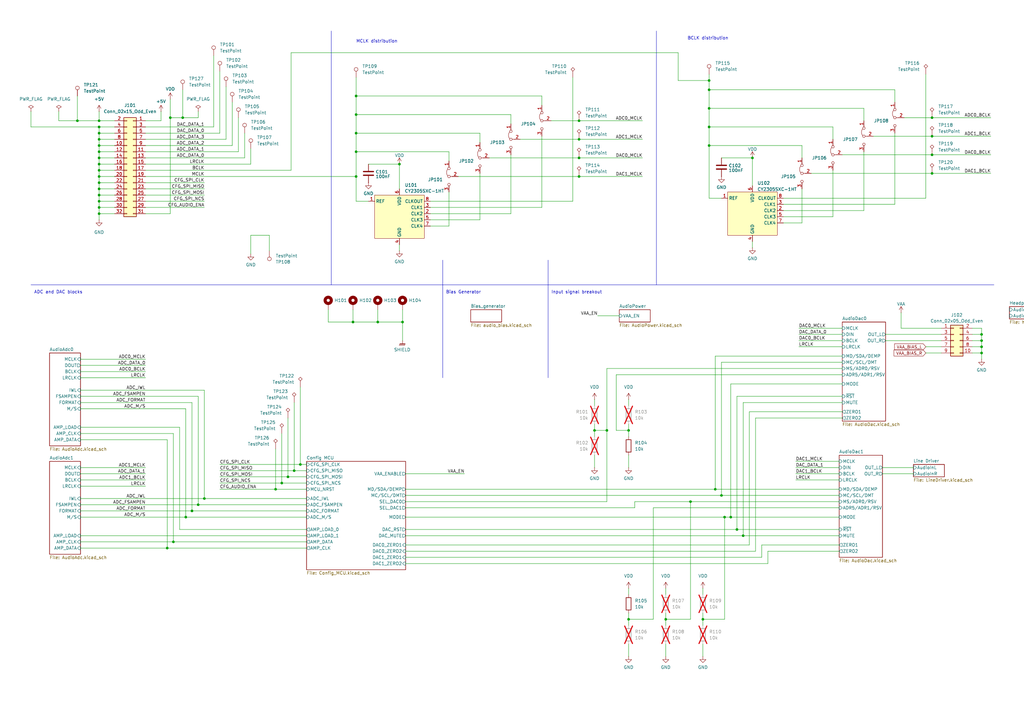
<source format=kicad_sch>
(kicad_sch (version 20250114) (generator "eeschema") (generator_version "9.0")
  (paper "A3")
  (bus_alias "ADC_CONFIG" (members "ADC_IWL" "ADC_FSAMPEN" "ADC_FORMAT" "ADC_M/S"))
  (text "Bias Generator" (at 182.88 120.65 0) (effects (font (size 1.27 1.27)) (justify left bottom)))
  (text "MCLK distribution" (at 146.05 17.78 0) (effects (font (size 1.27 1.27)) (justify left bottom)))
  (text "ADC and DAC blocks" (at 13.97 120.65 0) (effects (font (size 1.27 1.27)) (justify left bottom)))
  (text "Input signal breakout" (at 226.06 120.65 0) (effects (font (size 1.27 1.27)) (justify left bottom)))
  (text "BCLK distribution" (at 281.94 16.51 0) (effects (font (size 1.27 1.27)) (justify left bottom)))
  (junction (at 40.64 87.63))
  (junction (at 257.81 176.53))
  (junction (at 74.93 48.26))
  (junction (at 146.05 46.99))
  (junction (at 113.03 200.66))
  (junction (at 146.05 72.39))
  (junction (at 40.64 85.09))
  (junction (at 288.29 254))
  (junction (at 146.05 54.61))
  (junction (at 118.11 195.58))
  (junction (at 83.82 204.47))
  (junction (at 297.18 212.09))
  (junction (at 382.27 63.5))
  (junction (at 144.78 132.08))
  (junction (at 382.27 71.12))
  (junction (at 402.59 144.78))
  (junction (at 154.94 132.08))
  (junction (at 237.49 57.15))
  (junction (at 40.64 57.15))
  (junction (at 40.64 69.85))
  (junction (at 40.64 77.47))
  (junction (at 40.64 67.31))
  (junction (at 402.59 137.16))
  (junction (at 248.92 176.53))
  (junction (at 40.64 72.39))
  (junction (at 293.37 200.66))
  (junction (at 40.64 52.07))
  (junction (at 290.83 52.07))
  (junction (at 163.83 67.31))
  (junction (at 283.21 205.74))
  (junction (at 295.91 203.2))
  (junction (at 290.83 59.69))
  (junction (at 237.49 49.53))
  (junction (at 40.64 80.01))
  (junction (at 290.83 44.45))
  (junction (at 40.64 82.55))
  (junction (at 69.85 48.26))
  (junction (at 273.05 254))
  (junction (at 304.8 219.71))
  (junction (at 165.1 132.08))
  (junction (at 120.65 193.04))
  (junction (at 402.59 139.7))
  (junction (at 237.49 64.77))
  (junction (at 68.58 224.79))
  (junction (at 40.64 49.53))
  (junction (at 402.59 142.24))
  (junction (at 382.27 48.26))
  (junction (at 299.72 212.09))
  (junction (at 308.61 64.77))
  (junction (at 40.64 54.61))
  (junction (at 243.84 176.53))
  (junction (at 257.81 254))
  (junction (at 40.64 62.23))
  (junction (at 76.2 212.09))
  (junction (at 78.74 209.55))
  (junction (at 302.26 217.17))
  (junction (at 40.64 59.69))
  (junction (at 40.64 74.93))
  (junction (at 290.83 33.02))
  (junction (at 146.05 39.37))
  (junction (at 290.83 36.83))
  (junction (at 31.75 49.53))
  (junction (at 115.57 198.12))
  (junction (at 71.12 222.25))
  (junction (at 123.19 190.5))
  (junction (at 146.05 62.23))
  (junction (at 81.28 207.01))
  (junction (at 40.64 64.77))
  (junction (at 382.27 55.88))
  (junction (at 237.49 72.39))
  (wire (pts (xy 321.31 88.9) (xy 341.63 88.9)))
  (wire (pts (xy 332.74 71.12) (xy 382.27 71.12)))
  (wire (pts (xy 100.33 54.61) (xy 100.33 64.77)))
  (wire (pts (xy 33.02 199.39) (xy 59.69 199.39)))
  (wire (pts (xy 166.37 231.14) (xy 314.96 231.14)))
  (wire (pts (xy 402.59 139.7) (xy 402.59 142.24)))
  (wire (pts (xy 308.61 101.6) (xy 308.61 99.06)))
  (wire (pts (xy 154.94 127) (xy 154.94 132.08)))
  (wire (pts (xy 134.62 132.08) (xy 144.78 132.08)))
  (wire (pts (xy 367.03 54.61) (xy 367.03 83.82)))
  (wire (pts (xy 345.44 146.05) (xy 293.37 146.05)))
  (wire (pts (xy 40.64 82.55) (xy 40.64 85.09)))
  (wire (pts (xy 328.93 77.47) (xy 328.93 91.44)))
  (wire (pts (xy 46.99 82.55) (xy 40.64 82.55)))
  (wire (pts (xy 402.59 142.24) (xy 402.59 144.78)))
  (wire (pts (xy 370.84 48.26) (xy 382.27 48.26)))
  (wire (pts (xy 345.44 142.24) (xy 327.66 142.24)))
  (wire (pts (xy 257.81 176.53) (xy 257.81 179.07)))
  (wire (pts (xy 344.17 189.23) (xy 326.39 189.23)))
  (wire (pts (xy 344.17 203.2) (xy 295.91 203.2)))
  (wire (pts (xy 273.05 264.16) (xy 273.05 269.24)))
  (wire (pts (xy 290.83 36.83) (xy 290.83 44.45)))
  (wire (pts (xy 299.72 157.48) (xy 299.72 212.09)))
  (wire (pts (xy 304.8 165.1) (xy 304.8 219.71)))
  (wire (pts (xy 166.37 219.71) (xy 304.8 219.71)))
  (wire (pts (xy 24.13 49.53) (xy 24.13 45.72)))
  (wire (pts (xy 31.75 39.37) (xy 31.75 49.53)))
  (wire (pts (xy 165.1 132.08) (xy 165.1 139.7)))
  (wire (pts (xy 12.7 52.07) (xy 12.7 45.72)))
  (wire (pts (xy 402.59 144.78) (xy 402.59 147.32)))
  (wire (pts (xy 290.83 36.83) (xy 290.83 33.02)))
  (wire (pts (xy 146.05 46.99) (xy 209.55 46.99)))
  (wire (pts (xy 33.02 194.31) (xy 59.69 194.31)))
  (wire (pts (xy 314.96 231.14) (xy 314.96 226.06)))
  (wire (pts (xy 81.28 207.01) (xy 125.73 207.01)))
  (wire (pts (xy 154.94 132.08) (xy 165.1 132.08)))
  (wire (pts (xy 237.49 57.15) (xy 263.525 57.15)))
  (wire (pts (xy 59.69 82.55) (xy 83.82 82.55)))
  (wire (pts (xy 33.02 165.1) (xy 78.74 165.1)))
  (wire (pts (xy 120.65 165.1) (xy 120.65 193.04)))
  (wire (pts (xy 209.55 46.99) (xy 209.55 50.8)))
  (wire (pts (xy 102.87 96.52) (xy 102.87 104.14)))
  (wire (pts (xy 144.78 132.08) (xy 154.94 132.08)))
  (wire (pts (xy 184.15 66.04) (xy 184.15 62.23)))
  (wire (pts (xy 234.95 31.75) (xy 234.95 82.55)))
  (wire (pts (xy 46.99 69.85) (xy 40.64 69.85)))
  (wire (pts (xy 312.42 228.6) (xy 166.37 228.6)))
  (wire (pts (xy 146.05 39.37) (xy 222.25 39.37)))
  (wire (pts (xy 59.69 59.69) (xy 95.25 59.69)))
  (wire (pts (xy 46.99 52.07) (xy 40.64 52.07)))
  (wire (pts (xy 344.17 191.77) (xy 326.39 191.77)))
  (wire (pts (xy 354.33 62.23) (xy 354.33 86.36)))
  (wire (pts (xy 382.27 48.26) (xy 406.4 48.26)))
  (wire (pts (xy 200.66 64.77) (xy 237.49 64.77)))
  (wire (pts (xy 76.2 212.09) (xy 125.73 212.09)))
  (wire (pts (xy 46.99 54.61) (xy 40.64 54.61)))
  (wire (pts (xy 382.27 63.5) (xy 406.4 63.5)))
  (wire (pts (xy 288.29 241.3) (xy 288.29 243.84)))
  (wire (pts (xy 81.28 162.56) (xy 81.28 207.01)))
  (wire (pts (xy 237.49 64.77) (xy 263.525 64.77)))
  (wire (pts (xy 46.99 67.31) (xy 40.64 67.31)))
  (wire (pts (xy 245.11 129.54) (xy 254 129.54)))
  (wire (pts (xy 59.69 69.85) (xy 119.38 69.85)))
  (wire (pts (xy 33.02 191.77) (xy 59.69 191.77)))
  (wire (pts (xy 46.99 57.15) (xy 40.64 57.15)))
  (wire (pts (xy 309.88 226.06) (xy 309.88 171.45)))
  (wire (pts (xy 76.2 167.64) (xy 76.2 212.09)))
  (wire (pts (xy 59.69 77.47) (xy 83.82 77.47)))
  (wire (pts (xy 196.85 58.42) (xy 196.85 54.61)))
  (wire (pts (xy 248.92 151.13) (xy 248.92 176.53)))
  (wire (pts (xy 118.11 195.58) (xy 90.17 195.58)))
  (wire (pts (xy 166.37 200.66) (xy 293.37 200.66)))
  (wire (pts (xy 33.02 204.47) (xy 83.82 204.47)))
  (wire (pts (xy 341.63 69.85) (xy 341.63 88.9)))
  (wire (pts (xy 166.37 212.09) (xy 297.18 212.09)))
  (wire (pts (xy 40.64 57.15) (xy 40.64 59.69)))
  (wire (pts (xy 257.81 241.3) (xy 257.81 243.84)))
  (wire (pts (xy 69.85 48.26) (xy 69.85 87.63)))
  (wire (pts (xy 398.78 144.78) (xy 402.59 144.78)))
  (wire (pts (xy 59.69 147.32) (xy 33.02 147.32)))
  (wire (pts (xy 146.05 31.75) (xy 146.05 39.37)))
  (wire (pts (xy 260.35 208.28) (xy 166.37 208.28)))
  (wire (pts (xy 90.17 29.21) (xy 90.17 54.61)))
  (wire (pts (xy 367.03 36.83) (xy 367.03 41.91)))
  (wire (pts (xy 46.99 62.23) (xy 40.64 62.23)))
  (wire (pts (xy 398.78 134.62) (xy 402.59 134.62)))
  (wire (pts (xy 102.87 60.96) (xy 102.87 67.31)))
  (wire (pts (xy 40.64 87.63) (xy 46.99 87.63)))
  (wire (pts (xy 40.64 49.53) (xy 31.75 49.53)))
  (wire (pts (xy 243.84 186.69) (xy 243.84 191.77)))
  (wire (pts (xy 33.02 152.4) (xy 59.69 152.4)))
  (wire (pts (xy 46.99 64.77) (xy 40.64 64.77)))
  (wire (pts (xy 81.28 45.72) (xy 81.28 48.26)))
  (wire (pts (xy 113.03 184.15) (xy 113.03 200.66)))
  (wire (pts (xy 40.64 52.07) (xy 40.64 54.61)))
  (wire (pts (xy 369.57 134.62) (xy 369.57 128.27)))
  (wire (pts (xy 78.74 209.55) (xy 125.73 209.55)))
  (wire (pts (xy 344.17 208.28) (xy 267.97 208.28)))
  (wire (pts (xy 33.02 209.55) (xy 78.74 209.55)))
  (wire (pts (xy 344.17 212.09) (xy 299.72 212.09)))
  (wire (pts (xy 146.05 62.23) (xy 146.05 72.39)))
  (wire (pts (xy 95.25 59.69) (xy 95.25 41.91)))
  (wire (pts (xy 68.58 180.34) (xy 68.58 224.79)))
  (wire (pts (xy 166.37 194.31) (xy 190.5 194.31)))
  (wire (pts (xy 398.78 142.24) (xy 402.59 142.24)))
  (wire (pts (xy 297.18 254) (xy 288.29 254)))
  (wire (pts (xy 92.71 35.56) (xy 92.71 57.15)))
  (wire (pts (xy 40.64 62.23) (xy 40.64 64.77)))
  (wire (pts (xy 363.22 139.7) (xy 386.08 139.7)))
  (wire (pts (xy 146.05 72.39) (xy 146.05 82.55)))
  (wire (pts (xy 59.69 64.77) (xy 100.33 64.77)))
  (wire (pts (xy 40.64 45.72) (xy 40.64 49.53)))
  (wire (pts (xy 146.05 82.55) (xy 151.13 82.55)))
  (wire (pts (xy 297.18 212.09) (xy 299.72 212.09)))
  (wire (pts (xy 402.59 134.62) (xy 402.59 137.16)))
  (wire (pts (xy 361.95 194.31) (xy 374.65 194.31)))
  (wire (pts (xy 257.81 173.99) (xy 257.81 176.53)))
  (wire (pts (xy 243.84 173.99) (xy 243.84 176.53)))
  (wire (pts (xy 40.64 54.61) (xy 40.64 57.15)))
  (wire (pts (xy 59.69 72.39) (xy 146.05 72.39)))
  (wire (pts (xy 33.02 196.85) (xy 59.69 196.85)))
  (wire (pts (xy 283.21 205.74) (xy 260.35 205.74)))
  (wire (pts (xy 123.19 190.5) (xy 90.17 190.5)))
  (wire (pts (xy 69.85 40.64) (xy 69.85 48.26)))
  (wire (pts (xy 290.83 30.48) (xy 290.83 33.02)))
  (wire (pts (xy 382.27 55.88) (xy 406.4 55.88)))
  (wire (pts (xy 59.69 49.53) (xy 66.04 49.53)))
  (wire (pts (xy 260.35 205.74) (xy 260.35 208.28)))
  (wire (pts (xy 40.64 69.85) (xy 40.64 72.39)))
  (wire (pts (xy 290.83 81.28) (xy 295.91 81.28)))
  (wire (pts (xy 166.37 203.2) (xy 295.91 203.2)))
  (wire (pts (xy 115.57 198.12) (xy 125.73 198.12)))
  (wire (pts (xy 40.64 77.47) (xy 40.64 80.01)))
  (wire (pts (xy 237.49 49.53) (xy 263.525 49.53)))
  (wire (pts (xy 257.81 163.83) (xy 257.81 166.37)))
  (polyline (pts (xy 181.61 106.68) (xy 181.61 154.94)))
  (wire (pts (xy 213.36 57.15) (xy 237.49 57.15)))
  (wire (pts (xy 308.61 64.77) (xy 308.61 76.2)))
  (wire (pts (xy 248.92 176.53) (xy 243.84 176.53)))
  (wire (pts (xy 278.13 21.59) (xy 278.13 33.02)))
  (wire (pts (xy 59.69 80.01) (xy 83.82 80.01)))
  (wire (pts (xy 90.17 198.12) (xy 115.57 198.12)))
  (wire (pts (xy 163.83 67.31) (xy 163.83 77.47)))
  (wire (pts (xy 125.73 195.58) (xy 118.11 195.58)))
  (wire (pts (xy 33.02 207.01) (xy 81.28 207.01)))
  (wire (pts (xy 288.29 254) (xy 288.29 256.54)))
  (wire (pts (xy 33.02 160.02) (xy 83.82 160.02)))
  (wire (pts (xy 295.91 148.59) (xy 345.44 148.59)))
  (wire (pts (xy 295.91 148.59) (xy 295.91 203.2)))
  (wire (pts (xy 46.99 80.01) (xy 40.64 80.01)))
  (wire (pts (xy 59.69 67.31) (xy 102.87 67.31)))
  (wire (pts (xy 33.02 167.64) (xy 76.2 167.64)))
  (wire (pts (xy 295.91 64.77) (xy 308.61 64.77)))
  (wire (pts (xy 398.78 137.16) (xy 402.59 137.16)))
  (wire (pts (xy 146.05 54.61) (xy 196.85 54.61)))
  (wire (pts (xy 290.83 44.45) (xy 354.33 44.45)))
  (wire (pts (xy 314.96 226.06) (xy 344.17 226.06)))
  (wire (pts (xy 278.13 33.02) (xy 290.83 33.02)))
  (wire (pts (xy 402.59 137.16) (xy 402.59 139.7)))
  (polyline (pts (xy 224.79 106.68) (xy 224.79 154.94)))
  (wire (pts (xy 321.31 81.28) (xy 379.73 81.28)))
  (wire (pts (xy 69.85 87.63) (xy 59.69 87.63)))
  (wire (pts (xy 345.44 139.7) (xy 327.66 139.7)))
  (wire (pts (xy 166.37 226.06) (xy 309.88 226.06)))
  (wire (pts (xy 252.73 176.53) (xy 257.81 176.53)))
  (wire (pts (xy 328.93 64.77) (xy 328.93 59.69)))
  (wire (pts (xy 176.53 87.63) (xy 209.55 87.63)))
  (wire (pts (xy 302.26 217.17) (xy 344.17 217.17)))
  (wire (pts (xy 273.05 241.3) (xy 273.05 243.84)))
  (wire (pts (xy 345.44 168.91) (xy 307.34 168.91)))
  (wire (pts (xy 46.99 72.39) (xy 40.64 72.39)))
  (wire (pts (xy 379.73 142.24) (xy 386.08 142.24)))
  (wire (pts (xy 119.38 69.85) (xy 119.38 21.59)))
  (wire (pts (xy 40.64 52.07) (xy 12.7 52.07)))
  (wire (pts (xy 113.03 200.66) (xy 125.73 200.66)))
  (wire (pts (xy 40.64 74.93) (xy 40.64 77.47)))
  (wire (pts (xy 297.18 212.09) (xy 297.18 254)))
  (wire (pts (xy 345.44 63.5) (xy 382.27 63.5)))
  (wire (pts (xy 166.37 205.74) (xy 248.92 205.74)))
  (wire (pts (xy 33.02 180.34) (xy 68.58 180.34)))
  (wire (pts (xy 46.99 77.47) (xy 40.64 77.47)))
  (wire (pts (xy 87.63 22.86) (xy 87.63 52.07)))
  (polyline (pts (xy 181.61 116.84) (xy 407.67 116.84)))
  (wire (pts (xy 237.49 72.39) (xy 263.525 72.39)))
  (wire (pts (xy 226.06 49.53) (xy 237.49 49.53)))
  (wire (pts (xy 46.99 49.53) (xy 40.64 49.53)))
  (wire (pts (xy 46.99 59.69) (xy 40.64 59.69)))
  (wire (pts (xy 345.44 134.62) (xy 327.66 134.62)))
  (wire (pts (xy 273.05 251.46) (xy 273.05 254)))
  (wire (pts (xy 40.64 80.01) (xy 40.64 82.55)))
  (wire (pts (xy 31.75 49.53) (xy 24.13 49.53)))
  (wire (pts (xy 40.64 87.63) (xy 40.64 90.17)))
  (wire (pts (xy 267.97 208.28) (xy 267.97 254)))
  (wire (pts (xy 73.66 175.26) (xy 73.66 217.17)))
  (wire (pts (xy 144.78 127) (xy 144.78 132.08)))
  (wire (pts (xy 345.44 137.16) (xy 327.66 137.16)))
  (wire (pts (xy 273.05 254) (xy 273.05 256.54)))
  (wire (pts (xy 358.14 55.88) (xy 382.27 55.88)))
  (wire (pts (xy 33.02 175.26) (xy 73.66 175.26)))
  (wire (pts (xy 78.74 165.1) (xy 78.74 209.55)))
  (wire (pts (xy 176.53 85.09) (xy 222.25 85.09)))
  (wire (pts (xy 69.85 48.26) (xy 74.93 48.26)))
  (wire (pts (xy 118.11 171.45) (xy 118.11 195.58)))
  (wire (pts (xy 166.37 217.17) (xy 302.26 217.17)))
  (wire (pts (xy 59.69 62.23) (xy 97.79 62.23)))
  (wire (pts (xy 304.8 219.71) (xy 344.17 219.71)))
  (wire (pts (xy 344.17 196.85) (xy 326.39 196.85)))
  (wire (pts (xy 123.19 158.75) (xy 123.19 190.5)))
  (wire (pts (xy 307.34 223.52) (xy 166.37 223.52)))
  (wire (pts (xy 321.31 86.36) (xy 354.33 86.36)))
  (wire (pts (xy 102.87 96.52) (xy 110.49 96.52)))
  (wire (pts (xy 302.26 162.56) (xy 302.26 217.17)))
  (wire (pts (xy 309.88 171.45) (xy 345.44 171.45)))
  (wire (pts (xy 290.83 36.83) (xy 367.03 36.83)))
  (wire (pts (xy 165.1 127) (xy 165.1 132.08)))
  (wire (pts (xy 290.83 52.07) (xy 341.63 52.07)))
  (wire (pts (xy 290.83 59.69) (xy 328.93 59.69)))
  (wire (pts (xy 33.02 162.56) (xy 81.28 162.56)))
  (wire (pts (xy 33.02 154.94) (xy 59.69 154.94)))
  (wire (pts (xy 257.81 251.46) (xy 257.81 254)))
  (wire (pts (xy 151.13 67.31) (xy 163.83 67.31)))
  (wire (pts (xy 252.73 176.53) (xy 252.73 153.67)))
  (wire (pts (xy 40.64 72.39) (xy 40.64 74.93)))
  (wire (pts (xy 243.84 163.83) (xy 243.84 166.37)))
  (wire (pts (xy 307.34 168.91) (xy 307.34 223.52)))
  (wire (pts (xy 184.15 78.74) (xy 184.15 92.71)))
  (wire (pts (xy 363.22 137.16) (xy 386.08 137.16)))
  (wire (pts (xy 176.53 90.17) (xy 196.85 90.17)))
  (wire (pts (xy 176.53 92.71) (xy 184.15 92.71)))
  (wire (pts (xy 344.17 205.74) (xy 283.21 205.74)))
  (wire (pts (xy 252.73 153.67) (xy 345.44 153.67)))
  (wire (pts (xy 81.28 48.26) (xy 74.93 48.26)))
  (wire (pts (xy 33.02 212.09) (xy 76.2 212.09)))
  (wire (pts (xy 90.17 200.66) (xy 113.03 200.66)))
  (wire (pts (xy 46.99 85.09) (xy 40.64 85.09)))
  (wire (pts (xy 146.05 62.23) (xy 184.15 62.23)))
  (wire (pts (xy 312.42 223.52) (xy 312.42 228.6)))
  (wire (pts (xy 110.49 96.52) (xy 110.49 102.87)))
  (wire (pts (xy 386.08 134.62) (xy 369.57 134.62)))
  (polyline (pts (xy 135.89 12.7) (xy 135.89 116.84)))
  (wire (pts (xy 344.17 223.52) (xy 312.42 223.52)))
  (wire (pts (xy 68.58 224.79) (xy 125.73 224.79)))
  (wire (pts (xy 163.83 102.87) (xy 163.83 100.33)))
  (wire (pts (xy 90.17 54.61) (xy 59.69 54.61)))
  (polyline (pts (xy 12.7 116.84) (xy 181.61 116.84)))
  (wire (pts (xy 273.05 254) (xy 283.21 254)))
  (wire (pts (xy 187.96 72.39) (xy 237.49 72.39)))
  (wire (pts (xy 40.64 59.69) (xy 40.64 62.23)))
  (wire (pts (xy 345.44 165.1) (xy 304.8 165.1)))
  (wire (pts (xy 209.55 63.5) (xy 209.55 87.63)))
  (wire (pts (xy 46.99 74.93) (xy 40.64 74.93)))
  (wire (pts (xy 257.81 186.69) (xy 257.81 191.77)))
  (wire (pts (xy 83.82 204.47) (xy 125.73 204.47)))
  (wire (pts (xy 73.66 217.17) (xy 125.73 217.17)))
  (wire (pts (xy 290.83 52.07) (xy 290.83 59.69)))
  (wire (pts (xy 92.71 57.15) (xy 59.69 57.15)))
  (wire (pts (xy 146.05 54.61) (xy 146.05 62.23)))
  (wire (pts (xy 257.81 254) (xy 257.81 256.54)))
  (wire (pts (xy 248.92 151.13) (xy 345.44 151.13)))
  (wire (pts (xy 74.93 36.83) (xy 74.93 48.26)))
  (wire (pts (xy 290.83 44.45) (xy 290.83 52.07)))
  (polyline (pts (xy 269.24 12.7) (xy 269.24 116.84)))
  (wire (pts (xy 361.95 191.77) (xy 374.65 191.77)))
  (wire (pts (xy 283.21 205.74) (xy 283.21 254)))
  (wire (pts (xy 125.73 190.5) (xy 123.19 190.5)))
  (wire (pts (xy 341.63 57.15) (xy 341.63 52.07)))
  (wire (pts (xy 354.33 44.45) (xy 354.33 49.53)))
  (wire (pts (xy 71.12 177.8) (xy 71.12 222.25)))
  (wire (pts (xy 222.25 39.37) (xy 222.25 43.18)))
  (wire (pts (xy 146.05 39.37) (xy 146.05 46.99)))
  (wire (pts (xy 243.84 176.53) (xy 243.84 179.07)))
  (wire (pts (xy 40.64 64.77) (xy 40.64 67.31)))
  (wire (pts (xy 71.12 222.25) (xy 33.02 222.25)))
  (wire (pts (xy 345.44 162.56) (xy 302.26 162.56)))
  (wire (pts (xy 146.05 46.99) (xy 146.05 54.61)))
  (wire (pts (xy 71.12 222.25) (xy 125.73 222.25)))
  (wire (pts (xy 321.31 91.44) (xy 328.93 91.44)))
  (wire (pts (xy 66.04 45.72) (xy 66.04 49.53)))
  (wire (pts (xy 40.64 67.31) (xy 40.64 69.85)))
  (wire (pts (xy 68.58 224.79) (xy 33.02 224.79)))
  (wire (pts (xy 33.02 177.8) (xy 71.12 177.8)))
  (wire (pts (xy 33.02 219.71) (xy 125.73 219.71)))
  (wire (pts (xy 83.82 160.02) (xy 83.82 204.47)))
  (wire (pts (xy 248.92 176.53) (xy 248.92 205.74)))
  (wire (pts (xy 119.38 21.59) (xy 278.13 21.59)))
  (wire (pts (xy 299.72 157.48) (xy 345.44 157.48)))
  (wire (pts (xy 288.29 264.16) (xy 288.29 269.24)))
  (wire (pts (xy 125.73 193.04) (xy 120.65 193.04)))
  (wire (pts (xy 33.02 149.86) (xy 59.69 149.86)))
  (wire (pts (xy 379.73 144.78) (xy 386.08 144.78)))
  (wire (pts (xy 321.31 83.82) (xy 367.03 83.82)))
  (wire (pts (xy 40.64 85.09) (xy 40.64 87.63)))
  (wire (pts (xy 257.81 254) (xy 267.97 254)))
  (wire (pts (xy 90.17 193.04) (xy 120.65 193.04)))
  (wire (pts (xy 196.85 71.12) (xy 196.85 90.17)))
  (wire (pts (xy 290.83 59.69) (xy 290.83 81.28)))
  (wire (pts (xy 176.53 82.55) (xy 234.95 82.55)))
  (wire (pts (xy 288.29 251.46) (xy 288.29 254)))
  (wire (pts (xy 87.63 52.07) (xy 59.69 52.07)))
  (wire (pts (xy 398.78 139.7) (xy 402.59 139.7)))
  (wire (pts (xy 293.37 200.66) (xy 344.17 200.66)))
  (wire (pts (xy 115.57 177.8) (xy 115.57 198.12)))
  (wire (pts (xy 382.27 71.12) (xy 406.4 71.12)))
  (wire (pts (xy 379.73 30.48) (xy 379.73 81.28)))
  (wire (pts (xy 59.69 74.93) (xy 83.82 74.93)))
  (wire (pts (xy 222.25 55.88) (xy 222.25 85.09)))
  (wire (pts (xy 59.69 85.09) (xy 83.82 85.09)))
  (wire (pts (xy 293.37 146.05) (xy 293.37 200.66)))
  (wire (pts (xy 134.62 127) (xy 134.62 132.08)))
  (wire (pts (xy 257.81 264.16) (xy 257.81 269.24)))
  (wire (pts (xy 344.17 194.31) (xy 326.39 194.31)))
  (wire (pts (xy 97.79 48.26) (xy 97.79 62.23)))
  (label "ADC0_BCLK" (at 406.4 48.26 180))
  (label "LRCLK" (at 59.69 154.94 180))
  (label "CFG_SPI_CLK" (at 83.82 74.93 180))
  (label "ADC1_MCLK" (at 59.69 191.77 180))
  (label "CFG_SPI_NCS" (at 83.82 82.55 180))
  (label "CFG_AUDIO_ENA" (at 90.17 200.66 0))
  (label "ADC_FSAMPEN" (at 59.69 162.56 180))
  (label "DAC0_MCLK" (at 327.66 134.62 0))
  (label "MCLK" (at 83.82 72.39 180))
  (label "LRCLK" (at 83.82 67.31 180))
  (label "ADC_DATA_0" (at 59.69 149.86 180))
  (label "LRCLK" (at 326.39 196.85 0))
  (label "ADC_M{slash}S" (at 59.69 212.09 180))
  (label "ADC_M{slash}S" (at 59.69 167.64 180))
  (label "ADC_DATA_2" (at 83.82 59.69 180))
  (label "ADC_DATA_1" (at 83.82 62.23 180))
  (label "CFG_SPI_MISO" (at 83.82 77.47 180))
  (label "ADC1_BCLK" (at 59.69 196.85 180))
  (label "DAC1_BCLK" (at 406.4 71.12 180))
  (label "CFG_SPI_MOSI" (at 83.82 80.01 180))
  (label "CFG_AUDIO_ENA" (at 83.82 85.09 180))
  (label "BCLK" (at 83.82 69.85 180))
  (label "CFG_SPI_MISO" (at 90.17 193.04 0))
  (label "ADC0_MCLK" (at 263.525 49.53 180))
  (label "DAC_DATA_1" (at 326.39 191.77 0))
  (label "ADC_FSAMPEN" (at 59.69 207.01 180))
  (label "DAC0_MCLK" (at 263.525 64.77 180))
  (label "DAC_DATA_0" (at 83.82 54.61 180))
  (label "LRCLK" (at 327.66 142.24 0))
  (label "ADC1_MCLK" (at 263.525 57.15 180))
  (label "CFG_SPI_NCS" (at 90.17 198.12 0))
  (label "ADC_IWL" (at 59.69 160.02 180))
  (label "ADC_DATA_1" (at 59.69 194.31 180))
  (label "ADC0_BCLK" (at 59.69 152.4 180))
  (label "DAC1_MCLK" (at 326.39 189.23 0))
  (label "DAC_DATA_1" (at 83.82 52.07 180))
  (label "ADC_DATA_0" (at 83.82 64.77 180))
  (label "ADC_DATA_3" (at 83.82 57.15 180))
  (label "DAC1_MCLK" (at 263.525 72.39 180))
  (label "CFG_SPI_CLK" (at 90.17 190.5 0))
  (label "DAC_DATA_0" (at 327.66 137.16 0))
  (label "ADC1_BCLK" (at 406.4 55.88 180))
  (label "LRCLK" (at 59.69 199.39 180))
  (label "ADC_FORMAT" (at 59.69 209.55 180))
  (label "ADC_IWL" (at 59.69 204.47 180))
  (label "DAC0_BCLK" (at 327.66 139.7 0))
  (label "VAA_EN" (at 190.5 194.31 180))
  (label "CFG_SPI_MOSI" (at 90.17 195.58 0))
  (label "DAC1_BCLK" (at 326.39 194.31 0))
  (label "VAA_EN" (at 245.11 129.54 180))
  (label "ADC0_MCLK" (at 59.69 147.32 180))
  (label "DAC0_BCLK" (at 406.4 63.5 180))
  (label "ADC_FORMAT" (at 59.69 165.1 180))
  (global_label "VAA_BIAS_R" (shape input) (at 379.73 144.78 180) (property "Intersheetrefs" "${INTERSHEET_REFS}" (effects (hide yes))))
  (global_label "VAA_BIAS_L" (shape input) (at 379.73 142.24 180) (property "Intersheetrefs" "${INTERSHEET_REFS}" (effects (hide yes))))
  (symbol (lib_id "Connector:TestPoint") (at 87.63 22.86 0) (unit 1) (exclude_from_sim yes) (in_bom no)
    (property "Reference" "TP101" (at 90.17 18.288 0) (effects (justify left)))
    (property "Value" "TestPoint" (at 90.17 20.828 0) (effects (justify left)))
    (property "Footprint" "TestPoint:TestPoint_Keystone_5005-5009_Compact" (effects (hide yes)))
    (property "Description" "test point" (effects (hide yes)))
  )
  (symbol (lib_id "Connector:TestPoint") (at 95.25 41.91 0) (unit 1) (exclude_from_sim yes) (in_bom no)
    (property "Reference" "TP104" (at 97.79 37.338 0) (effects (justify left)))
    (property "Value" "TestPoint" (at 97.79 39.878 0) (effects (justify left)))
    (property "Footprint" "TestPoint:TestPoint_Keystone_5005-5009_Compact" (effects (hide yes)))
    (property "Description" "test point" (effects (hide yes)))
  )
  (symbol (lib_id "power:+5V") (at 66.04 45.72 0) (mirror y) (unit 1)
    (property "Reference" "#PWR0103" (effects (hide yes)))
    (property "Value" "+5V" (at 66.04 41.5869 0))
    (property "Description" "Power symbol creates a global label with name \"+5V\"" (effects (hide yes)))
  )
  (symbol (lib_name "CY2305SXC-1HT_1") (lib_id "Skrooter_symbols:CY2305SXC-1HT") (at 308.61 86.36 0) (unit 1) (exclude_from_sim yes) (in_bom no)
    (property "Reference" "U102" (at 310.6294 75.091 0) (effects (justify left)))
    (property "Value" "CY2305SXC-1HT" (at 310.6294 77.6279 0) (effects (justify left)))
    (property "Footprint" "Package_SO:SOIC-8_3.9x4.9mm_P1.27mm" (effects (hide yes)))
    (property "Datasheet" "https://datasheet.lcsc.com/lcsc/2011101039_Cypress-Semicon-CY2305SXC-1HT_C914887.pdf" (effects (hide yes)))
    (property "LCSC" "C914887" (effects (hide yes)))
  )
  (symbol (lib_id "power:PWR_FLAG") (at 81.28 45.72 0) (unit 1)
    (property "Reference" "#FLG0103" (effects (hide yes)))
    (property "Value" "PWR_FLAG" (at 81.28 40.64 0))
    (property "Description" "Special symbol for telling ERC where power comes from" (effects (hide yes)))
  )
  (symbol (lib_id "Connector:TestPoint") (at 290.83 30.48 0) (unit 1) (exclude_from_sim yes) (in_bom no)
    (property "Reference" "TP115" (at 293.37 25.908 0) (effects (justify left)))
    (property "Value" "TestPoint" (at 293.37 28.448 0) (effects (justify left)))
    (property "Footprint" "TestPoint:TestPoint_Keystone_5005-5009_Compact" (effects (hide yes)))
    (property "Description" "test point" (effects (hide yes)))
  )
  (symbol (lib_id "Device:R") (at 243.84 170.18 0) (mirror y) (unit 1) (in_bom no) (dnp yes)
    (property "Reference" "R101" (at 241.3 168.91 0) (effects (justify left)))
    (property "Value" "10k" (at 241.3 171.45 0) (effects (justify left)))
    (property "Footprint" "Resistor_SMD:R_0603_1608Metric" (effects (hide yes)))
    (property "Description" "Resistor" (effects (hide yes)))
    (property "LCSC" "C95204" (effects (hide yes)))
  )
  (symbol (lib_id "Jumper:Jumper_3_Bridged12") (at 184.15 72.39 90) (mirror x) (unit 1) (exclude_from_sim yes) (in_bom no)
    (property "Reference" "JP101" (at 181.61 73.66 90) (effects (justify left)))
    (property "Value" "Jumper_3_Bridged12" (effects (hide yes)))
    (property "Footprint" "Jumper:SolderJumper-3_P1.3mm_Bridged12_RoundedPad1.0x1.5mm_NumberLabels" (effects (hide yes)))
    (property "Description" "Jumper, 3-pole, pins 1+2 closed/bridged" (effects (hide yes)))
  )
  (symbol (lib_id "power:VDD") (at 257.81 241.3 0) (unit 1)
    (property "Reference" "#PWR0114" (effects (hide yes)))
    (property "Value" "VDD" (at 257.81 236.22 0))
    (property "Description" "Power symbol creates a global label with name \"VDD\"" (effects (hide yes)))
  )
  (symbol (lib_id "Device:R") (at 273.05 260.35 0) (unit 1) (in_bom no) (dnp yes)
    (property "Reference" "R108" (at 275.59 259.08 0) (effects (justify left)))
    (property "Value" "10k" (at 275.59 261.62 0) (effects (justify left)))
    (property "Footprint" "Resistor_SMD:R_0603_1608Metric" (effects (hide yes)))
    (property "Description" "Resistor" (effects (hide yes)))
    (property "LCSC" "C95204" (effects (hide yes)))
  )
  (symbol (lib_id "Connector:TestPoint_Alt") (at 237.49 72.39 0) (unit 1)
    (property "Reference" "TP114" (at 240.03 67.818 0) (effects (justify left)))
    (property "Value" "TestPoint" (at 240.03 70.358 0) (effects (justify left)))
    (property "Footprint" "TestPoint:TestPoint_Pad_1.0x1.0mm" (effects (hide yes)))
    (property "Description" "test point (alternative shape)" (effects (hide yes)))
  )
  (symbol (lib_id "Connector:TestPoint") (at 102.87 60.96 0) (unit 1) (exclude_from_sim yes) (in_bom no)
    (property "Reference" "TP107" (at 105.41 56.388 0) (effects (justify left)))
    (property "Value" "TestPoint" (at 105.41 58.928 0) (effects (justify left)))
    (property "Footprint" "TestPoint:TestPoint_Keystone_5005-5009_Compact" (effects (hide yes)))
    (property "Description" "test point" (effects (hide yes)))
  )
  (symbol (lib_id "Connector:TestPoint") (at 31.75 39.37 0) (unit 1) (exclude_from_sim yes) (in_bom no)
    (property "Reference" "TP121" (at 34.29 34.798 0) (effects (justify left)))
    (property "Value" "TestPoint" (at 34.29 37.338 0) (effects (justify left)))
    (property "Footprint" "TestPoint:TestPoint_Keystone_5005-5009_Compact" (effects (hide yes)))
    (property "Description" "test point" (effects (hide yes)))
  )
  (symbol (lib_id "Connector:TestPoint") (at 97.79 48.26 0) (unit 1) (exclude_from_sim yes) (in_bom no)
    (property "Reference" "TP105" (at 100.33 43.688 0) (effects (justify left)))
    (property "Value" "TestPoint" (at 100.33 46.228 0) (effects (justify left)))
    (property "Footprint" "TestPoint:TestPoint_Keystone_5005-5009_Compact" (effects (hide yes)))
    (property "Description" "test point" (effects (hide yes)))
  )
  (symbol (lib_id "Device:R") (at 257.81 170.18 0) (unit 1) (in_bom no) (dnp yes)
    (property "Reference" "R103" (at 260.35 168.91 0) (effects (justify left)))
    (property "Value" "10k" (at 260.35 171.45 0) (effects (justify left)))
    (property "Footprint" "Resistor_SMD:R_0603_1608Metric" (effects (hide yes)))
    (property "Description" "Resistor" (effects (hide yes)))
    (property "LCSC" "C95204" (effects (hide yes)))
  )
  (symbol (lib_id "Mechanical:MountingHole_Pad") (at 144.78 124.46 0) (unit 1) (in_bom no)
    (property "Reference" "H102" (at 147.32 123.19 0) (effects (justify left)))
    (property "Value" "MountingHole_Pad" (effects (hide yes)))
    (property "Footprint" "MountingHole:MountingHole_3.2mm_M3_Pad_Via" (effects (hide yes)))
    (property "Description" "Mounting Hole with connection" (effects (hide yes)))
  )
  (symbol (lib_id "power:VDD") (at 273.05 241.3 0) (unit 1)
    (property "Reference" "#PWR0116" (effects (hide yes)))
    (property "Value" "VDD" (at 273.05 236.22 0))
    (property "Description" "Power symbol creates a global label with name \"VDD\"" (effects (hide yes)))
  )
  (symbol (lib_id "Connector:TestPoint_Alt") (at 123.19 158.75 0) (mirror y) (unit 1)
    (property "Reference" "TP122" (at 120.65 154.178 0) (effects (justify left)))
    (property "Value" "TestPoint" (at 120.65 156.718 0) (effects (justify left)))
    (property "Footprint" "TestPoint:TestPoint_Pad_1.0x1.0mm" (effects (hide yes)))
    (property "Description" "test point (alternative shape)" (effects (hide yes)))
  )
  (symbol (lib_id "Connector:TestPoint_Alt") (at 237.49 49.53 0) (unit 1)
    (property "Reference" "TP111" (at 240.03 44.958 0) (effects (justify left)))
    (property "Value" "TestPoint" (at 240.03 47.498 0) (effects (justify left)))
    (property "Footprint" "TestPoint:TestPoint_Pad_1.0x1.0mm" (effects (hide yes)))
    (property "Description" "test point (alternative shape)" (effects (hide yes)))
  )
  (symbol (lib_id "Connector:TestPoint_Alt") (at 379.73 30.48 0) (mirror y) (unit 1)
    (property "Reference" "TP116" (at 377.19 25.908 0) (effects (justify left)))
    (property "Value" "TestPoint" (at 377.19 28.448 0) (effects (justify left)))
    (property "Footprint" "TestPoint:TestPoint_Pad_1.0x1.0mm" (effects (hide yes)))
    (property "Description" "test point (alternative shape)" (effects (hide yes)))
  )
  (symbol (lib_id "power:GND") (at 40.64 90.17 0) (mirror y) (unit 1)
    (property "Reference" "#PWR0102" (effects (hide yes)))
    (property "Value" "GND" (at 40.64 95.25 0))
    (property "Description" "Power symbol creates a global label with name \"GND\" , ground" (effects (hide yes)))
  )
  (symbol (lib_id "power:GND") (at 257.81 191.77 0) (unit 1)
    (property "Reference" "#PWR0113" (effects (hide yes)))
    (property "Value" "GND" (at 257.81 196.2134 0))
    (property "Description" "Power symbol creates a global label with name \"GND\" , ground" (effects (hide yes)))
  )
  (symbol (lib_id "power:VDD") (at 163.83 67.31 0) (unit 1)
    (property "Reference" "#PWR0107" (effects (hide yes)))
    (property "Value" "VDD" (at 163.83 63.7342 0))
    (property "Description" "Power symbol creates a global label with name \"VDD\"" (effects (hide yes)))
  )
  (symbol (lib_id "Device:R") (at 257.81 247.65 0) (unit 1) (in_bom no)
    (property "Reference" "R105" (at 260.35 246.38 0) (effects (justify left)))
    (property "Value" "10k" (at 260.35 248.92 0) (effects (justify left)))
    (property "Footprint" "Resistor_SMD:R_0603_1608Metric" (effects (hide yes)))
    (property "Description" "Resistor" (effects (hide yes)))
    (property "LCSC" "C95204" (effects (hide yes)))
  )
  (symbol (lib_id "Jumper:Jumper_3_Bridged12") (at 328.93 71.12 90) (mirror x) (unit 1) (exclude_from_sim yes) (in_bom no)
    (property "Reference" "JP105" (at 326.39 72.39 90) (effects (justify left)))
    (property "Value" "Jumper_3_Bridged12" (effects (hide yes)))
    (property "Footprint" "Jumper:SolderJumper-3_P1.3mm_Bridged12_RoundedPad1.0x1.5mm_NumberLabels" (effects (hide yes)))
    (property "Description" "Jumper, 3-pole, pins 1+2 closed/bridged" (effects (hide yes)))
  )
  (symbol (lib_id "power:GND") (at 288.29 269.24 0) (unit 1)
    (property "Reference" "#PWR0119" (effects (hide yes)))
    (property "Value" "GND" (at 288.29 273.6834 0))
    (property "Description" "Power symbol creates a global label with name \"GND\" , ground" (effects (hide yes)))
  )
  (symbol (lib_id "Connector:TestPoint_Alt") (at 382.27 55.88 0) (unit 1)
    (property "Reference" "TP118" (at 384.81 51.308 0) (effects (justify left)))
    (property "Value" "TestPoint" (at 384.81 53.848 0) (effects (justify left)))
    (property "Footprint" "TestPoint:TestPoint_Pad_1.0x1.0mm" (effects (hide yes)))
    (property "Description" "test point (alternative shape)" (effects (hide yes)))
  )
  (symbol (lib_id "Connector:TestPoint_Alt") (at 382.27 48.26 0) (unit 1)
    (property "Reference" "TP117" (at 384.81 43.688 0) (effects (justify left)))
    (property "Value" "TestPoint" (at 384.81 46.228 0) (effects (justify left)))
    (property "Footprint" "TestPoint:TestPoint_Pad_1.0x1.0mm" (effects (hide yes)))
    (property "Description" "test point (alternative shape)" (effects (hide yes)))
  )
  (symbol (lib_id "Device:R") (at 273.05 247.65 0) (unit 1) (in_bom no) (dnp yes)
    (property "Reference" "R107" (at 275.59 246.38 0) (effects (justify left)))
    (property "Value" "10k" (at 275.59 248.92 0) (effects (justify left)))
    (property "Footprint" "Resistor_SMD:R_0603_1608Metric" (effects (hide yes)))
    (property "Description" "Resistor" (effects (hide yes)))
    (property "LCSC" "C95204" (effects (hide yes)))
  )
  (symbol (lib_id "power:VDD") (at 243.84 163.83 0) (mirror y) (unit 1)
    (property "Reference" "#PWR0110" (effects (hide yes)))
    (property "Value" "VDD" (at 243.84 158.75 0))
    (property "Description" "Power symbol creates a global label with name \"VDD\"" (effects (hide yes)))
  )
  (symbol (lib_id "Connector:TestPoint") (at 92.71 35.56 0) (unit 1) (exclude_from_sim yes) (in_bom no)
    (property "Reference" "TP103" (at 95.25 30.988 0) (effects (justify left)))
    (property "Value" "TestPoint" (at 95.25 33.528 0) (effects (justify left)))
    (property "Footprint" "TestPoint:TestPoint_Keystone_5005-5009_Compact" (effects (hide yes)))
    (property "Description" "test point" (effects (hide yes)))
  )
  (symbol (lib_id "power:VDD") (at 308.61 64.77 0) (unit 1)
    (property "Reference" "#PWR0121" (effects (hide yes)))
    (property "Value" "VDD" (at 308.61 61.1942 0))
    (property "Description" "Power symbol creates a global label with name \"VDD\"" (effects (hide yes)))
  )
  (symbol (lib_id "Connector:TestPoint_Alt") (at 120.65 165.1 0) (mirror y) (unit 1)
    (property "Reference" "TP123" (at 118.11 160.528 0) (effects (justify left)))
    (property "Value" "TestPoint" (at 118.11 163.068 0) (effects (justify left)))
    (property "Footprint" "TestPoint:TestPoint_Pad_1.0x1.0mm" (effects (hide yes)))
    (property "Description" "test point (alternative shape)" (effects (hide yes)))
  )
  (symbol (lib_id "Connector:TestPoint_Alt") (at 234.95 31.75 0) (mirror y) (unit 1)
    (property "Reference" "TP110" (at 232.41 27.178 0) (effects (justify left)))
    (property "Value" "TestPoint" (at 232.41 29.718 0) (effects (justify left)))
    (property "Footprint" "TestPoint:TestPoint_Pad_1.0x1.0mm" (effects (hide yes)))
    (property "Description" "test point (alternative shape)" (effects (hide yes)))
  )
  (symbol (lib_id "power:GND") (at 243.84 191.77 0) (mirror y) (unit 1)
    (property "Reference" "#PWR0111" (effects (hide yes)))
    (property "Value" "GND" (at 243.84 196.2134 0))
    (property "Description" "Power symbol creates a global label with name \"GND\" , ground" (effects (hide yes)))
  )
  (symbol (lib_id "Device:R") (at 257.81 182.88 0) (unit 1) (in_bom no)
    (property "Reference" "R104" (at 260.35 181.61 0) (effects (justify left)))
    (property "Value" "10k" (at 260.35 184.15 0) (effects (justify left)))
    (property "Footprint" "Resistor_SMD:R_0603_1608Metric" (effects (hide yes)))
    (property "Description" "Resistor" (effects (hide yes)))
    (property "LCSC" "C95204" (effects (hide yes)))
  )
  (symbol (lib_id "power:PWR_FLAG") (at 24.13 45.72 0) (unit 1)
    (property "Reference" "#FLG0102" (effects (hide yes)))
    (property "Value" "PWR_FLAG" (at 24.13 40.64 0))
    (property "Description" "Special symbol for telling ERC where power comes from" (effects (hide yes)))
  )
  (symbol (lib_id "Mechanical:MountingHole_Pad") (at 165.1 124.46 0) (unit 1) (in_bom no)
    (property "Reference" "H104" (at 167.64 123.19 0) (effects (justify left)))
    (property "Value" "MountingHole_Pad" (effects (hide yes)))
    (property "Footprint" "MountingHole:MountingHole_3.2mm_M3_Pad_Via" (effects (hide yes)))
    (property "Description" "Mounting Hole with connection" (effects (hide yes)))
  )
  (symbol (lib_id "Jumper:Jumper_3_Bridged12") (at 367.03 48.26 90) (mirror x) (unit 1) (exclude_from_sim yes) (in_bom no)
    (property "Reference" "JP108" (at 364.49 49.53 90) (effects (justify left)))
    (property "Value" "Jumper_3_Bridged12" (effects (hide yes)))
    (property "Footprint" "Jumper:SolderJumper-3_P1.3mm_Bridged12_RoundedPad1.0x1.5mm_NumberLabels" (effects (hide yes)))
    (property "Description" "Jumper, 3-pole, pins 1+2 closed/bridged" (effects (hide yes)))
  )
  (symbol (lib_id "Device:C") (at 151.13 71.12 0) (unit 1) (in_bom no)
    (property "Reference" "C101" (at 154.051 70.4763 0) (effects (justify left)))
    (property "Value" "100nF" (at 154.051 72.3973 0) (effects (justify left)))
    (property "Footprint" "Capacitor_SMD:C_0603_1608Metric" (effects (hide yes)))
    (property "Description" "Unpolarized capacitor" (effects (hide yes)))
    (property "LCSC" "C14663" (effects (hide yes)))
  )
  (symbol (lib_id "Connector:TestPoint_Alt") (at 382.27 71.12 0) (unit 1)
    (property "Reference" "TP120" (at 384.81 66.548 0) (effects (justify left)))
    (property "Value" "TestPoint" (at 384.81 69.088 0) (effects (justify left)))
    (property "Footprint" "TestPoint:TestPoint_Pad_1.0x1.0mm" (effects (hide yes)))
    (property "Description" "test point (alternative shape)" (effects (hide yes)))
  )
  (symbol (lib_id "Jumper:Jumper_3_Bridged12") (at 209.55 57.15 90) (mirror x) (unit 1) (exclude_from_sim yes) (in_bom no)
    (property "Reference" "JP103" (at 207.01 58.42 90) (effects (justify left)))
    (property "Value" "Jumper_3_Bridged12" (effects (hide yes)))
    (property "Footprint" "Jumper:SolderJumper-3_P1.3mm_Bridged12_RoundedPad1.0x1.5mm_NumberLabels" (effects (hide yes)))
    (property "Description" "Jumper, 3-pole, pins 1+2 closed/bridged" (effects (hide yes)))
  )
  (symbol (lib_id "Device:R") (at 288.29 260.35 0) (unit 1) (in_bom no) (dnp yes)
    (property "Reference" "R110" (at 290.83 259.08 0) (effects (justify left)))
    (property "Value" "10k" (at 290.83 261.62 0) (effects (justify left)))
    (property "Footprint" "Resistor_SMD:R_0603_1608Metric" (effects (hide yes)))
    (property "Description" "Resistor" (effects (hide yes)))
    (property "LCSC" "C95204" (effects (hide yes)))
  )
  (symbol (lib_id "power:GND") (at 151.13 74.93 0) (unit 1)
    (property "Reference" "#PWR0106" (effects (hide yes)))
    (property "Value" "GND" (at 151.13 79.3734 0))
    (property "Description" "Power symbol creates a global label with name \"GND\" , ground" (effects (hide yes)))
  )
  (symbol (lib_id "Connector:TestPoint_Alt") (at 113.03 184.15 0) (mirror y) (unit 1)
    (property "Reference" "TP126" (at 110.49 179.578 0) (effects (justify left)))
    (property "Value" "TestPoint" (at 110.49 182.118 0) (effects (justify left)))
    (property "Footprint" "TestPoint:TestPoint_Pad_1.0x1.0mm" (effects (hide yes)))
    (property "Description" "test point (alternative shape)" (effects (hide yes)))
  )
  (symbol (lib_id "Jumper:Jumper_3_Bridged12") (at 341.63 63.5 90) (mirror x) (unit 1) (exclude_from_sim yes) (in_bom no)
    (property "Reference" "JP106" (at 339.09 64.77 90) (effects (justify left)))
    (property "Value" "Jumper_3_Bridged12" (effects (hide yes)))
    (property "Footprint" "Jumper:SolderJumper-3_P1.3mm_Bridged12_RoundedPad1.0x1.5mm_NumberLabels" (effects (hide yes)))
    (property "Description" "Jumper, 3-pole, pins 1+2 closed/bridged" (effects (hide yes)))
  )
  (symbol (lib_id "power:+5V") (at 40.64 45.72 0) (mirror y) (unit 1)
    (property "Reference" "#PWR0101" (effects (hide yes)))
    (property "Value" "+5V" (at 40.64 40.64 0))
    (property "Description" "Power symbol creates a global label with name \"+5V\"" (effects (hide yes)))
  )
  (symbol (lib_id "power:VDD") (at 69.85 40.64 0) (mirror y) (unit 1)
    (property "Reference" "#PWR0104" (effects (hide yes)))
    (property "Value" "VDD" (at 69.85 36.5069 0))
    (property "Description" "Power symbol creates a global label with name \"VDD\"" (effects (hide yes)))
  )
  (symbol (lib_id "Connector:TestPoint") (at 100.33 54.61 0) (unit 1) (exclude_from_sim yes) (in_bom no)
    (property "Reference" "TP106" (at 102.87 50.038 0) (effects (justify left)))
    (property "Value" "TestPoint" (at 102.87 52.578 0) (effects (justify left)))
    (property "Footprint" "TestPoint:TestPoint_Keystone_5005-5009_Compact" (effects (hide yes)))
    (property "Description" "test point" (effects (hide yes)))
  )
  (symbol (lib_id "Skrooter_symbols:SHIELD") (at 165.1 139.7 0) (unit 1)
    (property "Reference" "#PWR0109" (effects (hide yes)))
    (property "Value" "SHIELD" (at 164.973 143.4267 0))
    (property "Description" "Power symbol creates a global label with name \"GNDPWR\" , power ground" (effects (hide yes)))
  )
  (symbol (lib_id "Mechanical:MountingHole_Pad") (at 154.94 124.46 0) (unit 1) (in_bom no)
    (property "Reference" "H103" (at 157.48 123.19 0) (effects (justify left)))
    (property "Value" "MountingHole_Pad" (effects (hide yes)))
    (property "Footprint" "MountingHole:MountingHole_3.2mm_M3_Pad_Via" (effects (hide yes)))
    (property "Description" "Mounting Hole with connection" (effects (hide yes)))
  )
  (symbol (lib_id "Jumper:Jumper_3_Bridged12") (at 196.85 64.77 90) (mirror x) (unit 1) (exclude_from_sim yes) (in_bom no)
    (property "Reference" "JP102" (at 194.31 66.04 90) (effects (justify left)))
    (property "Value" "Jumper_3_Bridged12" (effects (hide yes)))
    (property "Footprint" "Jumper:SolderJumper-3_P1.3mm_Bridged12_RoundedPad1.0x1.5mm_NumberLabels" (effects (hide yes)))
    (property "Description" "Jumper, 3-pole, pins 1+2 closed/bridged" (effects (hide yes)))
  )
  (symbol (lib_id "Connector:TestPoint_Alt") (at 237.49 64.77 0) (unit 1)
    (property "Reference" "TP113" (at 240.03 60.198 0) (effects (justify left)))
    (property "Value" "TestPoint" (at 240.03 62.738 0) (effects (justify left)))
    (property "Footprint" "TestPoint:TestPoint_Pad_1.0x1.0mm" (effects (hide yes)))
    (property "Description" "test point (alternative shape)" (effects (hide yes)))
  )
  (symbol (lib_id "Connector:TestPoint") (at 146.05 31.75 0) (unit 1) (exclude_from_sim yes) (in_bom no)
    (property "Reference" "TP109" (at 148.59 27.178 0) (effects (justify left)))
    (property "Value" "TestPoint" (at 148.59 29.718 0) (effects (justify left)))
    (property "Footprint" "TestPoint:TestPoint_Keystone_5005-5009_Compact" (effects (hide yes)))
    (property "Description" "test point" (effects (hide yes)))
  )
  (symbol (lib_id "Device:R") (at 257.81 260.35 0) (unit 1) (in_bom no) (dnp yes)
    (property "Reference" "R106" (at 260.35 259.08 0) (effects (justify left)))
    (property "Value" "10k" (at 260.35 261.62 0) (effects (justify left)))
    (property "Footprint" "Resistor_SMD:R_0603_1608Metric" (effects (hide yes)))
    (property "Description" "Resistor" (effects (hide yes)))
    (property "LCSC" "C95204" (effects (hide yes)))
  )
  (symbol (lib_id "power:PWR_FLAG") (at 12.7 45.72 0) (unit 1)
    (property "Reference" "#FLG0101" (effects (hide yes)))
    (property "Value" "PWR_FLAG" (at 12.7 40.64 0))
    (property "Description" "Special symbol for telling ERC where power comes from" (effects (hide yes)))
  )
  (symbol (lib_id "Device:R") (at 288.29 247.65 0) (unit 1) (in_bom no) (dnp yes)
    (property "Reference" "R109" (at 290.83 246.38 0) (effects (justify left)))
    (property "Value" "10k" (at 290.83 248.92 0) (effects (justify left)))
    (property "Footprint" "Resistor_SMD:R_0603_1608Metric" (effects (hide yes)))
    (property "Description" "Resistor" (effects (hide yes)))
    (property "LCSC" "C95204" (effects (hide yes)))
  )
  (symbol (lib_id "Device:C") (at 295.91 68.58 0) (unit 1) (in_bom no)
    (property "Reference" "C102" (at 298.831 67.9363 0) (effects (justify left)))
    (property "Value" "100nF" (at 298.831 69.8573 0) (effects (justify left)))
    (property "Footprint" "Capacitor_SMD:C_0603_1608Metric" (effects (hide yes)))
    (property "Description" "Unpolarized capacitor" (effects (hide yes)))
    (property "LCSC" "C14663" (effects (hide yes)))
  )
  (symbol (lib_id "power:VAA") (at 369.57 128.27 0) (unit 1)
    (property "Reference" "#PWR01" (effects (hide yes)))
    (property "Value" "VAA" (at 369.57 124.6942 0))
    (property "Description" "Power symbol creates a global label with name \"VAA\"" (effects (hide yes)))
  )
  (symbol (lib_id "power:GND") (at 163.83 102.87 0) (unit 1)
    (property "Reference" "#PWR0108" (effects (hide yes)))
    (property "Value" "GND" (at 163.83 107.3134 0))
    (property "Description" "Power symbol creates a global label with name \"GND\" , ground" (effects (hide yes)))
  )
  (symbol (lib_id "power:VDD") (at 257.81 163.83 0) (unit 1)
    (property "Reference" "#PWR0112" (effects (hide yes)))
    (property "Value" "VDD" (at 257.81 158.75 0))
    (property "Description" "Power symbol creates a global label with name \"VDD\"" (effects (hide yes)))
  )
  (symbol (lib_id "Connector_Generic:Conn_02x16_Odd_Even") (at 54.61 67.31 0) (mirror y) (unit 1) (exclude_from_sim yes) (in_bom no)
    (property "Reference" "J101" (at 53.34 43.18 0))
    (property "Value" "Conn_02x15_Odd_Even" (at 53.34 45.72 0))
    (property "Footprint" "Connector_PinHeader_2.54mm:PinHeader_2x16_P2.54mm_Horizontal" (effects (hide yes)))
    (property "Description" "Generic connector, double row, 02x16, odd/even pin numbering scheme (row 1 odd numbers, row 2 even numbers), script generated (kicad-library-utils/schlib/autogen/connector/)" (effects (hide yes)))
  )
  (symbol (lib_id "Mechanical:MountingHole_Pad") (at 134.62 124.46 0) (unit 1) (in_bom no)
    (property "Reference" "H101" (at 137.16 123.19 0) (effects (justify left)))
    (property "Value" "MountingHole_Pad" (effects (hide yes)))
    (property "Footprint" "MountingHole:MountingHole_3.2mm_M3_Pad_Via" (effects (hide yes)))
    (property "Description" "Mounting Hole with connection" (effects (hide yes)))
  )
  (symbol (lib_id "Connector:TestPoint") (at 74.93 36.83 0) (unit 1) (exclude_from_sim yes) (in_bom no)
    (property "Reference" "TP127" (at 77.47 32.258 0) (effects (justify left)))
    (property "Value" "TestPoint" (at 77.47 34.798 0) (effects (justify left)))
    (property "Footprint" "TestPoint:TestPoint_Keystone_5005-5009_Compact" (effects (hide yes)))
    (property "Description" "test point" (effects (hide yes)))
  )
  (symbol (lib_id "power:GND") (at 308.61 101.6 0) (unit 1)
    (property "Reference" "#PWR0122" (effects (hide yes)))
    (property "Value" "GND" (at 308.61 106.0434 0))
    (property "Description" "Power symbol creates a global label with name \"GND\" , ground" (effects (hide yes)))
  )
  (symbol (lib_id "Device:R") (at 243.84 182.88 0) (mirror y) (unit 1) (in_bom no) (dnp yes)
    (property "Reference" "R102" (at 241.3 181.61 0) (effects (justify left)))
    (property "Value" "10k" (at 241.3 184.15 0) (effects (justify left)))
    (property "Footprint" "Resistor_SMD:R_0603_1608Metric" (effects (hide yes)))
    (property "Description" "Resistor" (effects (hide yes)))
    (property "LCSC" "C95204" (effects (hide yes)))
  )
  (symbol (lib_id "Connector:TestPoint_Alt") (at 115.57 177.8 0) (mirror y) (unit 1)
    (property "Reference" "TP125" (at 113.03 173.228 0) (effects (justify left)))
    (property "Value" "TestPoint" (at 113.03 175.768 0) (effects (justify left)))
    (property "Footprint" "TestPoint:TestPoint_Pad_1.0x1.0mm" (effects (hide yes)))
    (property "Description" "test point (alternative shape)" (effects (hide yes)))
  )
  (symbol (lib_id "power:GND") (at 257.81 269.24 0) (unit 1)
    (property "Reference" "#PWR0115" (effects (hide yes)))
    (property "Value" "GND" (at 257.81 273.6834 0))
    (property "Description" "Power symbol creates a global label with name \"GND\" , ground" (effects (hide yes)))
  )
  (symbol (lib_id "Connector_Generic:Conn_02x05_Odd_Even") (at 391.16 139.7 0) (unit 1)
    (property "Reference" "J102" (at 392.43 129.2055 0))
    (property "Value" "Conn_02x05_Odd_Even" (at 392.43 131.6298 0))
    (property "Footprint" "Connector_PinHeader_2.54mm:PinHeader_2x05_P2.54mm_Horizontal" (effects (hide yes)))
    (property "Description" "Generic connector, double row, 02x05, odd/even pin numbering scheme (row 1 odd numbers, row 2 even numbers), script generated (kicad-library-utils/schlib/autogen/connector/)" (effects (hide yes)))
  )
  (symbol (lib_id "Connector:TestPoint_Alt") (at 382.27 63.5 0) (unit 1)
    (property "Reference" "TP119" (at 384.81 58.928 0) (effects (justify left)))
    (property "Value" "TestPoint" (at 384.81 61.468 0) (effects (justify left)))
    (property "Footprint" "TestPoint:TestPoint_Pad_1.0x1.0mm" (effects (hide yes)))
    (property "Description" "test point (alternative shape)" (effects (hide yes)))
  )
  (symbol (lib_id "power:GND") (at 102.87 104.14 0) (unit 1)
    (property "Reference" "#PWR0105" (effects (hide yes)))
    (property "Value" "GND" (at 102.87 108.5834 0))
    (property "Description" "Power symbol creates a global label with name \"GND\" , ground" (effects (hide yes)))
  )
  (symbol (lib_id "power:VDD") (at 288.29 241.3 0) (unit 1)
    (property "Reference" "#PWR0118" (effects (hide yes)))
    (property "Value" "VDD" (at 288.29 236.22 0))
    (property "Description" "Power symbol creates a global label with name \"VDD\"" (effects (hide yes)))
  )
  (symbol (lib_id "power:GND") (at 273.05 269.24 0) (unit 1)
    (property "Reference" "#PWR0117" (effects (hide yes)))
    (property "Value" "GND" (at 273.05 273.6834 0))
    (property "Description" "Power symbol creates a global label with name \"GND\" , ground" (effects (hide yes)))
  )
  (symbol (lib_id "Connector:TestPoint") (at 90.17 29.21 0) (unit 1) (exclude_from_sim yes) (in_bom no)
    (property "Reference" "TP102" (at 92.71 24.638 0) (effects (justify left)))
    (property "Value" "TestPoint" (at 92.71 27.178 0) (effects (justify left)))
    (property "Footprint" "TestPoint:TestPoint_Keystone_5005-5009_Compact" (effects (hide yes)))
    (property "Description" "test point" (effects (hide yes)))
  )
  (symbol (lib_id "Connector:TestPoint_Alt") (at 118.11 171.45 0) (mirror y) (unit 1)
    (property "Reference" "TP124" (at 115.57 166.878 0) (effects (justify left)))
    (property "Value" "TestPoint" (at 115.57 169.418 0) (effects (justify left)))
    (property "Footprint" "TestPoint:TestPoint_Pad_1.0x1.0mm" (effects (hide yes)))
    (property "Description" "test point (alternative shape)" (effects (hide yes)))
  )
  (symbol (lib_id "power:GND") (at 295.91 72.39 0) (unit 1)
    (property "Reference" "#PWR0120" (effects (hide yes)))
    (property "Value" "GND" (at 295.91 76.8334 0))
    (property "Description" "Power symbol creates a global label with name \"GND\" , ground" (effects (hide yes)))
  )
  (symbol (lib_id "Jumper:Jumper_3_Bridged12") (at 354.33 55.88 90) (mirror x) (unit 1) (exclude_from_sim yes) (in_bom no)
    (property "Reference" "JP107" (at 351.79 57.15 90) (effects (justify left)))
    (property "Value" "Jumper_3_Bridged12" (effects (hide yes)))
    (property "Footprint" "Jumper:SolderJumper-3_P1.3mm_Bridged12_RoundedPad1.0x1.5mm_NumberLabels" (effects (hide yes)))
    (property "Description" "Jumper, 3-pole, pins 1+2 closed/bridged" (effects (hide yes)))
  )
  (symbol (lib_id "Connector:TestPoint_Alt") (at 237.49 57.15 0) (unit 1)
    (property "Reference" "TP112" (at 240.03 52.578 0) (effects (justify left)))
    (property "Value" "TestPoint" (at 240.03 55.118 0) (effects (justify left)))
    (property "Footprint" "TestPoint:TestPoint_Pad_1.0x1.0mm" (effects (hide yes)))
    (property "Description" "test point (alternative shape)" (effects (hide yes)))
  )
  (symbol (lib_id "Skrooter_symbols:CY2305SXC-1HT") (at 163.83 87.63 0) (unit 1) (exclude_from_sim yes) (in_bom no)
    (property "Reference" "U101" (at 165.9733 75.9163 0) (effects (justify left)))
    (property "Value" "CY2305SXC-1HT" (at 165.9733 78.3406 0) (effects (justify left)))
    (property "Footprint" "Package_SO:SOIC-8_3.9x4.9mm_P1.27mm" (effects (hide yes)))
    (property "Datasheet" "https://datasheet.lcsc.com/lcsc/2011101039_Cypress-Semicon-CY2305SXC-1HT_C914887.pdf" (effects (hide yes)))
    (property "LCSC" "C914887" (effects (hide yes)))
  )
  (symbol (lib_id "Jumper:Jumper_3_Bridged12") (at 222.25 49.53 90) (mirror x) (unit 1) (exclude_from_sim yes) (in_bom no)
    (property "Reference" "JP104" (at 219.71 50.8 90) (effects (justify left)))
    (property "Value" "Jumper_3_Bridged12" (effects (hide yes)))
    (property "Footprint" "Jumper:SolderJumper-3_P1.3mm_Bridged12_RoundedPad1.0x1.5mm_NumberLabels" (effects (hide yes)))
    (property "Description" "Jumper, 3-pole, pins 1+2 closed/bridged" (effects (hide yes)))
  )
  (symbol (lib_id "Connector:TestPoint") (at 110.49 102.87 0) (mirror x) (unit 1) (exclude_from_sim yes) (in_bom no)
    (property "Reference" "TP108" (at 113.03 107.442 0) (effects (justify left)))
    (property "Value" "TestPoint" (at 113.03 104.902 0) (effects (justify left)))
    (property "Footprint" "TestPoint:TestPoint_Keystone_5005-5009_Compact" (effects (hide yes)))
    (property "Description" "test point" (effects (hide yes)))
  )
  (symbol (lib_id "power:GND") (at 402.59 147.32 0) (unit 1)
    (property "Reference" "#PWR0123" (effects (hide yes)))
    (property "Value" "GND" (at 402.59 151.7634 0))
    (property "Description" "Power symbol creates a global label with name \"GND\" , ground" (effects (hide yes)))
  )
  (sheet (at 345.44 132.08) (size 17.78 40.64) (stroke (width 0.1524))
    (property "Sheetname" "AudioDac0" (at 345.44 131.3684 0) (effects (justify left bottom)))
    (property "Sheetfile" "AudioDac.kicad_sch" (at 345.44 173.3046 0) (effects (justify left top)))
    (pin "BCLK" input (at 345.44 139.7 180))
    (pin "DIN" input (at 345.44 137.16 180))
    (pin "MCLK" input (at 345.44 134.62 180))
    (pin "LRCLK" input (at 345.44 142.24 180))
    (pin "OUT_L" output (at 363.22 137.16 0))
    (pin "OUT_R" output (at 363.22 139.7 0))
    (pin "MUTE" input (at 345.44 165.1 180))
    (pin "~{RST}" input (at 345.44 162.56 180))
    (pin "MODE" input (at 345.44 157.48 180))
    (pin "MD{slash}SDA{slash}DEMP" input (at 345.44 146.05 180))
    (pin "MC{slash}SCL{slash}DMT" input (at 345.44 148.59 180))
    (pin "MS{slash}ADR0{slash}RSV" input (at 345.44 151.13 180))
    (pin "ADR5{slash}ADR1{slash}RSV" input (at 345.44 153.67 180))
    (pin "ZERO1" output (at 345.44 168.91 180))
    (pin "ZERO2" output (at 345.44 171.45 180))
  )
  (sheet (at 414.02 125.73) (size 12.7 5.08) (stroke (width 0.1524))
    (property "Sheetname" "Headphone_driver" (at 414.02 125.0184 0) (effects (justify left bottom)))
    (property "Sheetfile" "headphone_driver.kicad_sch" (at 414.02 131.3946 0) (effects (justify left top)))
    (pin "AudioInL" input (at 414.02 127 180))
    (pin "AudioInR" input (at 414.02 129.54 180))
  )
  (sheet (at 374.65 190.5) (size 12.7 5.08) (stroke (width 0.1524))
    (property "Sheetname" "Line Driver" (at 374.65 189.7884 0) (effects (justify left bottom)))
    (property "Sheetfile" "LineDriver.kicad_sch" (at 374.65 196.1646 0) (effects (justify left top)))
    (pin "AudioInL" input (at 374.65 191.77 180))
    (pin "AudioInR" input (at 374.65 194.31 180))
  )
  (sheet (at 344.17 186.69) (size 17.78 41.91) (stroke (width 0.1524))
    (property "Sheetname" "AudioDac1" (at 344.17 185.9784 0) (effects (justify left bottom)))
    (property "Sheetfile" "AudioDac.kicad_sch" (at 344.17 229.1846 0) (effects (justify left top)))
    (pin "BCLK" input (at 344.17 194.31 180))
    (pin "DIN" input (at 344.17 191.77 180))
    (pin "MCLK" input (at 344.17 189.23 180))
    (pin "LRCLK" input (at 344.17 196.85 180))
    (pin "OUT_L" output (at 361.95 191.77 0))
    (pin "OUT_R" output (at 361.95 194.31 0))
    (pin "MUTE" input (at 344.17 219.71 180))
    (pin "~{RST}" input (at 344.17 217.17 180))
    (pin "MODE" input (at 344.17 212.09 180))
    (pin "MD{slash}SDA{slash}DEMP" input (at 344.17 200.66 180))
    (pin "MC{slash}SCL{slash}DMT" input (at 344.17 203.2 180))
    (pin "MS{slash}ADR0{slash}RSV" input (at 344.17 205.74 180))
    (pin "ADR5{slash}ADR1{slash}RSV" input (at 344.17 208.28 180))
    (pin "ZERO2" output (at 344.17 226.06 180))
    (pin "ZERO1" output (at 344.17 223.52 180))
  )
  (sheet (at 20.32 144.78) (size 12.7 38.1) (stroke (width 0.1524))
    (property "Sheetname" "AudioAdc0" (at 20.32 144.0684 0) (effects (justify left bottom)))
    (property "Sheetfile" "AudioAdc.kicad_sch" (at 20.32 183.4646 0) (effects (justify left top)))
    (pin "MCLK" input (at 33.02 147.32 0))
    (pin "DOUT" output (at 33.02 149.86 0))
    (pin "BCLK" input (at 33.02 152.4 0))
    (pin "LRCLK" input (at 33.02 154.94 0))
    (pin "IWL" input (at 33.02 160.02 0))
    (pin "FSAMPEN" input (at 33.02 162.56 0))
    (pin "FORMAT" input (at 33.02 165.1 0))
    (pin "M{slash}S" input (at 33.02 167.64 0))
    (pin "AMP_CLK" input (at 33.02 177.8 0))
    (pin "AMP_LOAD" input (at 33.02 175.26 0))
    (pin "AMP_DATA" input (at 33.02 180.34 0))
  )
  (sheet (at 20.32 189.23) (size 12.7 38.1) (stroke (width 0.1524))
    (property "Sheetname" "AudioAdc1" (at 20.32 188.5184 0) (effects (justify left bottom)))
    (property "Sheetfile" "AudioAdc.kicad_sch" (at 20.32 227.9146 0) (effects (justify left top)))
    (pin "MCLK" input (at 33.02 191.77 0))
    (pin "DOUT" output (at 33.02 194.31 0))
    (pin "BCLK" input (at 33.02 196.85 0))
    (pin "LRCLK" input (at 33.02 199.39 0))
    (pin "IWL" input (at 33.02 204.47 0))
    (pin "FSAMPEN" input (at 33.02 207.01 0))
    (pin "FORMAT" input (at 33.02 209.55 0))
    (pin "M{slash}S" input (at 33.02 212.09 0))
    (pin "AMP_CLK" input (at 33.02 222.25 0))
    (pin "AMP_LOAD" input (at 33.02 219.71 0))
    (pin "AMP_DATA" input (at 33.02 224.79 0))
  )
  (sheet (at 125.73 189.23) (size 40.64 44.45) (stroke (width 0.1524))
    (property "Sheetname" "Config MCU" (at 125.73 188.5184 0) (effects (justify left bottom)))
    (property "Sheetfile" "Config_MCU.kicad_sch" (at 125.73 234.2646 0) (effects (justify left top)))
    (pin "CFG_SPI_NCS" input (at 125.73 198.12 180))
    (pin "CFG_SPI_MOSI" input (at 125.73 195.58 180))
    (pin "ADC_IWL" input (at 125.73 204.47 180))
    (pin "ADC_FSAMPEN" input (at 125.73 207.01 180))
    (pin "CFG_SPI_MISO" input (at 125.73 193.04 180))
    (pin "CFG_SPI_CLK" input (at 125.73 190.5 180))
    (pin "ADC_M{slash}S" input (at 125.73 212.09 180))
    (pin "ADC_FORMAT" input (at 125.73 209.55 180))
    (pin "MC{slash}SCL{slash}DMT" output (at 166.37 203.2 0))
    (pin "MODE" output (at 166.37 212.09 0))
    (pin "MD{slash}SDA{slash}DEMP" output (at 166.37 200.66 0))
    (pin "SEL_DAC1" output (at 166.37 208.28 0))
    (pin "SEL_DAC0" output (at 166.37 205.74 0))
    (pin "DAC_RST" output (at 166.37 217.17 0))
    (pin "DAC_MUTE" output (at 166.37 219.71 0))
    (pin "AMP_LOAD_0" output (at 125.73 217.17 180))
    (pin "AMP_DATA" output (at 125.73 222.25 180))
    (pin "AMP_CLK" output (at 125.73 224.79 180))
    (pin "AMP_LOAD_1" output (at 125.73 219.71 180))
    (pin "MCU_NRST" input (at 125.73 200.66 180))
    (pin "VAA_ENABLE" output (at 166.37 194.31 0))
    (pin "DAC0_ZERO1" input (at 166.37 223.52 0))
    (pin "DAC0_ZERO2" input (at 166.37 226.06 0))
    (pin "DAC1_ZERO1" input (at 166.37 228.6 0))
    (pin "DAC1_ZERO2" input (at 166.37 231.14 0))
  )
  (sheet (at 254 127) (size 12.7 5.08) (stroke (width 0.1524))
    (property "Sheetname" "AudioPower" (at 254 126.2884 0) (effects (justify left bottom)))
    (property "Sheetfile" "AudioPower.kicad_sch" (at 254 132.6646 0) (effects (justify left top)))
    (pin "VAA_EN" input (at 254 129.54 180))
  )
  (sheet (at 193.04 127) (size 12.7 5.08) (stroke (width 0.1524))
    (property "Sheetname" "Bias_generator" (at 193.04 126.2884 0) (effects (justify left bottom)))
    (property "Sheetfile" "audio_bias.kicad_sch" (at 193.04 132.6646 0) (effects (justify left top)))
  )
)
</source>
